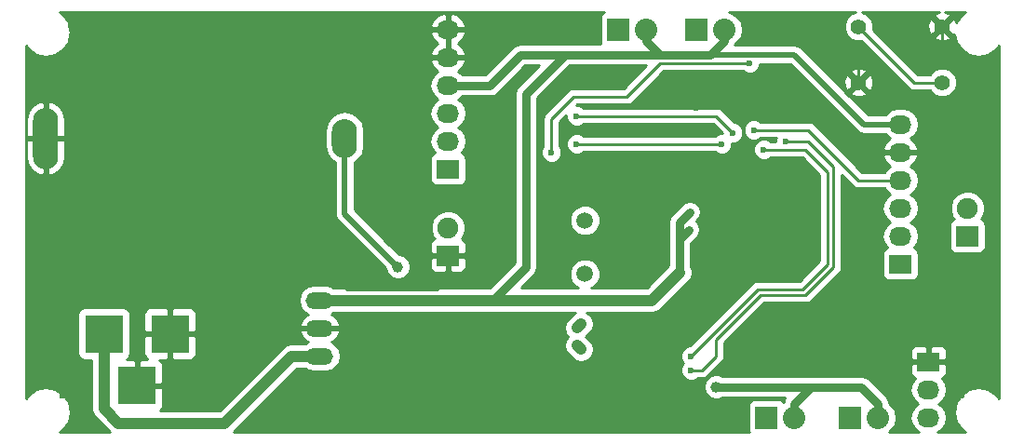
<source format=gbr>
G04 #@! TF.FileFunction,Copper,L2,Bot,Signal*
%FSLAX46Y46*%
G04 Gerber Fmt 4.6, Leading zero omitted, Abs format (unit mm)*
G04 Created by KiCad (PCBNEW 4.0.2-4+6225~38~ubuntu15.10.1-stable) date Sat 04 Jun 2016 12:10:52 PM PDT*
%MOMM*%
G01*
G04 APERTURE LIST*
%ADD10C,0.100000*%
%ADD11O,2.286000X5.586000*%
%ADD12O,2.286000X3.556000*%
%ADD13R,3.500120X3.500120*%
%ADD14R,2.000000X1.900000*%
%ADD15C,1.900000*%
%ADD16R,2.032000X1.727200*%
%ADD17O,2.032000X1.727200*%
%ADD18C,1.501140*%
%ADD19R,2.032000X2.032000*%
%ADD20O,2.032000X2.032000*%
%ADD21O,2.499360X1.501140*%
%ADD22C,1.000760*%
%ADD23C,1.397000*%
%ADD24C,0.600000*%
%ADD25C,1.000000*%
%ADD26C,0.250000*%
%ADD27C,0.500000*%
%ADD28C,1.000000*%
%ADD29C,0.750000*%
%ADD30C,0.254000*%
G04 APERTURE END LIST*
D10*
D11*
X80750000Y-90932000D03*
D12*
X107950000Y-90932000D03*
D13*
X92052140Y-108712000D03*
X86052660Y-108712000D03*
X89052400Y-113411000D03*
D14*
X164592000Y-99822000D03*
D15*
X164592000Y-97282000D03*
D14*
X117348000Y-101600000D03*
D15*
X117348000Y-99060000D03*
D16*
X161036000Y-111252000D03*
D17*
X161036000Y-113792000D03*
X161036000Y-116332000D03*
D18*
X129794000Y-98397060D03*
X129794000Y-103278940D03*
D19*
X139954000Y-81026000D03*
D20*
X142494000Y-81026000D03*
D19*
X132842000Y-81026000D03*
D20*
X135382000Y-81026000D03*
D19*
X146304000Y-116332000D03*
D20*
X148844000Y-116332000D03*
D19*
X153924000Y-116332000D03*
D20*
X156464000Y-116332000D03*
D21*
X105664000Y-108204000D03*
X105664000Y-110744000D03*
X105664000Y-105664000D03*
D16*
X117348000Y-93726000D03*
D17*
X117348000Y-91186000D03*
X117348000Y-88646000D03*
X117348000Y-86106000D03*
X117348000Y-83566000D03*
X117348000Y-81026000D03*
D16*
X158496000Y-102362000D03*
D17*
X158496000Y-99822000D03*
X158496000Y-97282000D03*
X158496000Y-94742000D03*
X158496000Y-92202000D03*
X158496000Y-89662000D03*
D22*
X129420845Y-110104145D02*
X129067023Y-109750323D01*
X129067023Y-108181677D02*
X129420845Y-107827855D01*
D23*
X154686000Y-85852000D03*
X154686000Y-80772000D03*
X162306000Y-85852000D03*
X162306000Y-80772000D03*
D24*
X137922000Y-95758000D03*
X151892000Y-88900000D03*
X137160000Y-85344000D03*
X139954000Y-88138000D03*
X165100000Y-86360000D03*
X165100000Y-93980000D03*
X144780000Y-81280000D03*
X152400000Y-81280000D03*
X96520000Y-111760000D03*
X93980000Y-81280000D03*
X96520000Y-86360000D03*
X88900000Y-93980000D03*
X104140000Y-81280000D03*
X114300000Y-81280000D03*
X99060000Y-101600000D03*
X81280000Y-101600000D03*
X103632000Y-100076000D03*
X107696000Y-86360000D03*
X112776000Y-91440000D03*
X113792000Y-96520000D03*
X121920000Y-96520000D03*
X127000000Y-93472000D03*
X133604000Y-93472000D03*
X140716000Y-89916000D03*
X135636000Y-89916000D03*
X129540000Y-81280000D03*
X121920000Y-81280000D03*
X143764000Y-110236000D03*
X148844000Y-110236000D03*
X151892000Y-110236000D03*
X152400000Y-106680000D03*
X156464000Y-110236000D03*
X134620000Y-114300000D03*
X121920000Y-114300000D03*
X109220000Y-114300000D03*
X164084000Y-114300000D03*
X160528000Y-106172000D03*
X93980000Y-114300000D03*
X82296000Y-114300000D03*
X82804000Y-83312000D03*
D25*
X112776000Y-102616000D03*
X141732000Y-113538000D03*
X138430000Y-103124000D03*
D24*
X138430000Y-99314000D03*
X139262000Y-99244000D03*
X139338000Y-97644000D03*
X126746000Y-92202000D03*
X144780000Y-84074000D03*
X148082000Y-91186000D03*
X139446000Y-112014000D03*
X139446000Y-110744000D03*
X146050000Y-91948000D03*
X129032000Y-88900000D03*
X143256000Y-90424000D03*
X129032000Y-91440000D03*
X142240000Y-91440000D03*
X145142000Y-90170000D03*
D26*
X139954000Y-88138000D02*
X137160000Y-85344000D01*
X151892000Y-88900000D02*
X148336000Y-85344000D01*
X148336000Y-85344000D02*
X137160000Y-85344000D01*
X158496000Y-92202000D02*
X163322000Y-92202000D01*
X162306000Y-83566000D02*
X165100000Y-86360000D01*
X162306000Y-83566000D02*
X162306000Y-80772000D01*
X163322000Y-92202000D02*
X165100000Y-93980000D01*
X154686000Y-83566000D02*
X154686000Y-85852000D01*
X154686000Y-83566000D02*
X152400000Y-81280000D01*
X96520000Y-86360000D02*
X88900000Y-93980000D01*
X114554000Y-81026000D02*
X117348000Y-81026000D01*
X114554000Y-81026000D02*
X114300000Y-81280000D01*
X104140000Y-81280000D02*
X93980000Y-81280000D01*
X81280000Y-101600000D02*
X99060000Y-101600000D01*
X117348000Y-101600000D02*
X117348000Y-103632000D01*
X108204000Y-104648000D02*
X103632000Y-100076000D01*
X116332000Y-104648000D02*
X108204000Y-104648000D01*
X117348000Y-103632000D02*
X116332000Y-104648000D01*
X107696000Y-86360000D02*
X112776000Y-91440000D01*
X113792000Y-96520000D02*
X121920000Y-96520000D01*
X127000000Y-93472000D02*
X133604000Y-93472000D01*
X135636000Y-89916000D02*
X140716000Y-89916000D01*
X117348000Y-83566000D02*
X119634000Y-83566000D01*
X119634000Y-83566000D02*
X121920000Y-81280000D01*
X156464000Y-110236000D02*
X160528000Y-106172000D01*
X139192000Y-114300000D02*
X143256000Y-110236000D01*
X143256000Y-110236000D02*
X143764000Y-110236000D01*
X148844000Y-110236000D02*
X151892000Y-110236000D01*
X152400000Y-106680000D02*
X155956000Y-110236000D01*
X155956000Y-110236000D02*
X156464000Y-110236000D01*
X109220000Y-114300000D02*
X121920000Y-114300000D01*
X134620000Y-114300000D02*
X139192000Y-114300000D01*
X93091000Y-113411000D02*
X89052400Y-113411000D01*
X93980000Y-114300000D02*
X93091000Y-113411000D01*
X80750000Y-90932000D02*
X80750000Y-85366000D01*
X80750000Y-85366000D02*
X82804000Y-83312000D01*
D27*
X107950000Y-97790000D02*
X107950000Y-90932000D01*
X112776000Y-102616000D02*
X107950000Y-97790000D01*
D28*
X86052660Y-108712000D02*
X86052660Y-115516660D01*
X103124000Y-110744000D02*
X105664000Y-110744000D01*
X97028000Y-116840000D02*
X103124000Y-110744000D01*
X87376000Y-116840000D02*
X97028000Y-116840000D01*
X86052660Y-115516660D02*
X87376000Y-116840000D01*
D29*
X128016000Y-83312000D02*
X123952000Y-83312000D01*
X121158000Y-86106000D02*
X117348000Y-86106000D01*
X123952000Y-83312000D02*
X121158000Y-86106000D01*
D27*
X158496000Y-89662000D02*
X155194000Y-89662000D01*
X148844000Y-83312000D02*
X141224000Y-83312000D01*
X155194000Y-89662000D02*
X148844000Y-83312000D01*
D29*
X121412000Y-105664000D02*
X124460000Y-102616000D01*
X128016000Y-83312000D02*
X136652000Y-83312000D01*
X124460000Y-86868000D02*
X128016000Y-83312000D01*
X124460000Y-102616000D02*
X124460000Y-86868000D01*
D28*
X105664000Y-105664000D02*
X121412000Y-105664000D01*
X121412000Y-105664000D02*
X135890000Y-105664000D01*
X135890000Y-105664000D02*
X138430000Y-103124000D01*
D29*
X142494000Y-81026000D02*
X142494000Y-82042000D01*
X142494000Y-82042000D02*
X141224000Y-83312000D01*
X141224000Y-83312000D02*
X136652000Y-83312000D01*
X136652000Y-83312000D02*
X135382000Y-82042000D01*
X135382000Y-82042000D02*
X135382000Y-81026000D01*
X150368000Y-113538000D02*
X141732000Y-113538000D01*
X156464000Y-116332000D02*
X156464000Y-115062000D01*
X156464000Y-115062000D02*
X154940000Y-113538000D01*
X154940000Y-113538000D02*
X150368000Y-113538000D01*
X148844000Y-115062000D02*
X148844000Y-116332000D01*
X150368000Y-113538000D02*
X148844000Y-115062000D01*
X138430000Y-100330000D02*
X138430000Y-103124000D01*
X138430000Y-100076000D02*
X138430000Y-100330000D01*
X139262000Y-99244000D02*
X138430000Y-100076000D01*
X138430000Y-98552000D02*
X138430000Y-99314000D01*
X138430000Y-99314000D02*
X138430000Y-100076000D01*
X139338000Y-97644000D02*
X138430000Y-98552000D01*
D26*
X126746000Y-89154000D02*
X126746000Y-92202000D01*
X128778000Y-87122000D02*
X126746000Y-89154000D01*
X133604000Y-87122000D02*
X128778000Y-87122000D01*
X136652000Y-84074000D02*
X133604000Y-87122000D01*
X144780000Y-84074000D02*
X136652000Y-84074000D01*
X150114000Y-91186000D02*
X148082000Y-91186000D01*
X150114000Y-91186000D02*
X152400000Y-93472000D01*
X152400000Y-93472000D02*
X152400000Y-102616000D01*
X152400000Y-102616000D02*
X149860000Y-105156000D01*
X149860000Y-105156000D02*
X145796000Y-105156000D01*
X145796000Y-105156000D02*
X141732000Y-109220000D01*
X141732000Y-110744000D02*
X141732000Y-109220000D01*
X140462000Y-112014000D02*
X141732000Y-110744000D01*
X139446000Y-112014000D02*
X140462000Y-112014000D01*
X140970000Y-109220000D02*
X139446000Y-110744000D01*
X145542000Y-104648000D02*
X140970000Y-109220000D01*
X149606000Y-104648000D02*
X145542000Y-104648000D01*
X151892000Y-102362000D02*
X149606000Y-104648000D01*
X151892000Y-93980000D02*
X151892000Y-102362000D01*
X149860000Y-91948000D02*
X151892000Y-93980000D01*
X146050000Y-91948000D02*
X149860000Y-91948000D01*
X141732000Y-88900000D02*
X129032000Y-88900000D01*
X143256000Y-90424000D02*
X141732000Y-88900000D01*
X142240000Y-91440000D02*
X129032000Y-91440000D01*
X162306000Y-85852000D02*
X159766000Y-85852000D01*
X159766000Y-85852000D02*
X154686000Y-80772000D01*
X158496000Y-94742000D02*
X154686000Y-94742000D01*
X150114000Y-90170000D02*
X154686000Y-94742000D01*
X150114000Y-90170000D02*
X145142000Y-90170000D01*
D30*
G36*
X131374559Y-79545910D02*
X131229569Y-79758110D01*
X131178560Y-80010000D01*
X131178560Y-82042000D01*
X131222838Y-82277317D01*
X131238721Y-82302000D01*
X123952000Y-82302000D01*
X123565490Y-82378882D01*
X123237822Y-82597822D01*
X120739644Y-85096000D01*
X118625603Y-85096000D01*
X118592415Y-85046330D01*
X118282931Y-84839539D01*
X118698732Y-84468036D01*
X118952709Y-83940791D01*
X118955358Y-83925026D01*
X118834217Y-83693000D01*
X117475000Y-83693000D01*
X117475000Y-83713000D01*
X117221000Y-83713000D01*
X117221000Y-83693000D01*
X115861783Y-83693000D01*
X115740642Y-83925026D01*
X115743291Y-83940791D01*
X115997268Y-84468036D01*
X116413069Y-84839539D01*
X116103585Y-85046330D01*
X115778729Y-85532511D01*
X115664655Y-86106000D01*
X115778729Y-86679489D01*
X116103585Y-87165670D01*
X116418366Y-87376000D01*
X116103585Y-87586330D01*
X115778729Y-88072511D01*
X115664655Y-88646000D01*
X115778729Y-89219489D01*
X116103585Y-89705670D01*
X116418366Y-89916000D01*
X116103585Y-90126330D01*
X115778729Y-90612511D01*
X115664655Y-91186000D01*
X115778729Y-91759489D01*
X116103585Y-92245670D01*
X116117913Y-92255243D01*
X116096683Y-92259238D01*
X115880559Y-92398310D01*
X115735569Y-92610510D01*
X115684560Y-92862400D01*
X115684560Y-94589600D01*
X115728838Y-94824917D01*
X115867910Y-95041041D01*
X116080110Y-95186031D01*
X116332000Y-95237040D01*
X118364000Y-95237040D01*
X118599317Y-95192762D01*
X118815441Y-95053690D01*
X118960431Y-94841490D01*
X119011440Y-94589600D01*
X119011440Y-92862400D01*
X118967162Y-92627083D01*
X118828090Y-92410959D01*
X118615890Y-92265969D01*
X118574561Y-92257600D01*
X118592415Y-92245670D01*
X118917271Y-91759489D01*
X119031345Y-91186000D01*
X118917271Y-90612511D01*
X118592415Y-90126330D01*
X118277634Y-89916000D01*
X118592415Y-89705670D01*
X118917271Y-89219489D01*
X119031345Y-88646000D01*
X118917271Y-88072511D01*
X118592415Y-87586330D01*
X118277634Y-87376000D01*
X118592415Y-87165670D01*
X118625603Y-87116000D01*
X121158000Y-87116000D01*
X121544510Y-87039118D01*
X121872178Y-86820178D01*
X124370356Y-84322000D01*
X125577644Y-84322000D01*
X123745822Y-86153822D01*
X123526882Y-86481490D01*
X123450000Y-86868000D01*
X123450000Y-102197644D01*
X121118644Y-104529000D01*
X106947425Y-104529000D01*
X106730268Y-104383900D01*
X106200033Y-104278430D01*
X105127967Y-104278430D01*
X104597732Y-104383900D01*
X104148221Y-104684254D01*
X103847867Y-105133765D01*
X103742397Y-105664000D01*
X103847867Y-106194235D01*
X104148221Y-106643746D01*
X104597732Y-106944100D01*
X104607032Y-106945950D01*
X104517323Y-106972501D01*
X104095342Y-107314056D01*
X103836190Y-107791097D01*
X103822007Y-107862725D01*
X103944661Y-108077000D01*
X105537000Y-108077000D01*
X105537000Y-108057000D01*
X105791000Y-108057000D01*
X105791000Y-108077000D01*
X107383339Y-108077000D01*
X107505993Y-107862725D01*
X107491810Y-107791097D01*
X107232658Y-107314056D01*
X106810677Y-106972501D01*
X106720968Y-106945950D01*
X106730268Y-106944100D01*
X106947425Y-106799000D01*
X128946742Y-106799000D01*
X128637204Y-107005826D01*
X128244994Y-107398036D01*
X127998875Y-107766380D01*
X127912449Y-108200871D01*
X127998875Y-108635362D01*
X128219800Y-108966000D01*
X127998875Y-109296638D01*
X127912449Y-109731129D01*
X127998875Y-110165620D01*
X128244994Y-110533964D01*
X128637204Y-110926174D01*
X129005548Y-111172293D01*
X129440039Y-111258719D01*
X129874530Y-111172293D01*
X130238394Y-110929167D01*
X138510838Y-110929167D01*
X138652883Y-111272943D01*
X138758710Y-111378954D01*
X138653808Y-111483673D01*
X138511162Y-111827201D01*
X138510838Y-112199167D01*
X138652883Y-112542943D01*
X138915673Y-112806192D01*
X139259201Y-112948838D01*
X139631167Y-112949162D01*
X139974943Y-112807117D01*
X140008118Y-112774000D01*
X140462000Y-112774000D01*
X140752839Y-112716148D01*
X140999401Y-112551401D01*
X142269401Y-111281401D01*
X142434148Y-111034840D01*
X142492000Y-110744000D01*
X142492000Y-110262091D01*
X159385000Y-110262091D01*
X159385000Y-110966250D01*
X159543750Y-111125000D01*
X160909000Y-111125000D01*
X160909000Y-109912150D01*
X161163000Y-109912150D01*
X161163000Y-111125000D01*
X162528250Y-111125000D01*
X162687000Y-110966250D01*
X162687000Y-110262091D01*
X162590327Y-110028702D01*
X162411699Y-109850073D01*
X162178310Y-109753400D01*
X161321750Y-109753400D01*
X161163000Y-109912150D01*
X160909000Y-109912150D01*
X160750250Y-109753400D01*
X159893690Y-109753400D01*
X159660301Y-109850073D01*
X159481673Y-110028702D01*
X159385000Y-110262091D01*
X142492000Y-110262091D01*
X142492000Y-109534802D01*
X146110802Y-105916000D01*
X149860000Y-105916000D01*
X150150839Y-105858148D01*
X150397401Y-105693401D01*
X152937401Y-103153401D01*
X153102148Y-102906840D01*
X153115289Y-102840775D01*
X153160000Y-102616000D01*
X153160000Y-94290802D01*
X154148599Y-95279401D01*
X154395160Y-95444148D01*
X154443414Y-95453746D01*
X154686000Y-95502000D01*
X157051352Y-95502000D01*
X157251585Y-95801670D01*
X157566366Y-96012000D01*
X157251585Y-96222330D01*
X156926729Y-96708511D01*
X156812655Y-97282000D01*
X156926729Y-97855489D01*
X157251585Y-98341670D01*
X157566366Y-98552000D01*
X157251585Y-98762330D01*
X156926729Y-99248511D01*
X156812655Y-99822000D01*
X156926729Y-100395489D01*
X157251585Y-100881670D01*
X157265913Y-100891243D01*
X157244683Y-100895238D01*
X157028559Y-101034310D01*
X156883569Y-101246510D01*
X156832560Y-101498400D01*
X156832560Y-103225600D01*
X156876838Y-103460917D01*
X157015910Y-103677041D01*
X157228110Y-103822031D01*
X157480000Y-103873040D01*
X159512000Y-103873040D01*
X159747317Y-103828762D01*
X159963441Y-103689690D01*
X160108431Y-103477490D01*
X160159440Y-103225600D01*
X160159440Y-101498400D01*
X160115162Y-101263083D01*
X159976090Y-101046959D01*
X159763890Y-100901969D01*
X159722561Y-100893600D01*
X159740415Y-100881670D01*
X160065271Y-100395489D01*
X160179345Y-99822000D01*
X160065271Y-99248511D01*
X159813695Y-98872000D01*
X162944560Y-98872000D01*
X162944560Y-100772000D01*
X162988838Y-101007317D01*
X163127910Y-101223441D01*
X163340110Y-101368431D01*
X163592000Y-101419440D01*
X165592000Y-101419440D01*
X165827317Y-101375162D01*
X166043441Y-101236090D01*
X166188431Y-101023890D01*
X166239440Y-100772000D01*
X166239440Y-98872000D01*
X166195162Y-98636683D01*
X166056090Y-98420559D01*
X165843890Y-98275569D01*
X165840808Y-98274945D01*
X165934914Y-98181003D01*
X166176724Y-97598659D01*
X166177275Y-96968107D01*
X165936481Y-96385343D01*
X165491003Y-95939086D01*
X164908659Y-95697276D01*
X164278107Y-95696725D01*
X163695343Y-95937519D01*
X163249086Y-96382997D01*
X163007276Y-96965341D01*
X163006725Y-97595893D01*
X163247519Y-98178657D01*
X163345029Y-98276337D01*
X163140559Y-98407910D01*
X162995569Y-98620110D01*
X162944560Y-98872000D01*
X159813695Y-98872000D01*
X159740415Y-98762330D01*
X159425634Y-98552000D01*
X159740415Y-98341670D01*
X160065271Y-97855489D01*
X160179345Y-97282000D01*
X160065271Y-96708511D01*
X159740415Y-96222330D01*
X159425634Y-96012000D01*
X159740415Y-95801670D01*
X160065271Y-95315489D01*
X160179345Y-94742000D01*
X160065271Y-94168511D01*
X159740415Y-93682330D01*
X159430931Y-93475539D01*
X159846732Y-93104036D01*
X160100709Y-92576791D01*
X160103358Y-92561026D01*
X159982217Y-92329000D01*
X158623000Y-92329000D01*
X158623000Y-92349000D01*
X158369000Y-92349000D01*
X158369000Y-92329000D01*
X157009783Y-92329000D01*
X156888642Y-92561026D01*
X156891291Y-92576791D01*
X157145268Y-93104036D01*
X157561069Y-93475539D01*
X157251585Y-93682330D01*
X157051352Y-93982000D01*
X155000802Y-93982000D01*
X150651401Y-89632599D01*
X150404839Y-89467852D01*
X150114000Y-89410000D01*
X145704463Y-89410000D01*
X145672327Y-89377808D01*
X145328799Y-89235162D01*
X144956833Y-89234838D01*
X144613057Y-89376883D01*
X144349808Y-89639673D01*
X144207162Y-89983201D01*
X144206838Y-90355167D01*
X144348883Y-90698943D01*
X144611673Y-90962192D01*
X144955201Y-91104838D01*
X145327167Y-91105162D01*
X145670943Y-90963117D01*
X145704118Y-90930000D01*
X147175897Y-90930000D01*
X147147162Y-90999201D01*
X147146998Y-91188000D01*
X146612463Y-91188000D01*
X146580327Y-91155808D01*
X146236799Y-91013162D01*
X145864833Y-91012838D01*
X145521057Y-91154883D01*
X145257808Y-91417673D01*
X145115162Y-91761201D01*
X145114838Y-92133167D01*
X145256883Y-92476943D01*
X145519673Y-92740192D01*
X145863201Y-92882838D01*
X146235167Y-92883162D01*
X146578943Y-92741117D01*
X146612118Y-92708000D01*
X149545198Y-92708000D01*
X151132000Y-94294802D01*
X151132000Y-102047198D01*
X149291198Y-103888000D01*
X145542000Y-103888000D01*
X145299414Y-103936254D01*
X145251160Y-103945852D01*
X145004599Y-104110599D01*
X139306320Y-109808878D01*
X139260833Y-109808838D01*
X138917057Y-109950883D01*
X138653808Y-110213673D01*
X138511162Y-110557201D01*
X138510838Y-110929167D01*
X130238394Y-110929167D01*
X130242874Y-110926174D01*
X130488993Y-110557830D01*
X130575419Y-110123339D01*
X130488993Y-109688848D01*
X130242874Y-109320504D01*
X129888370Y-108966000D01*
X130242874Y-108611496D01*
X130488993Y-108243152D01*
X130575419Y-107808661D01*
X130488993Y-107374170D01*
X130242874Y-107005826D01*
X129933336Y-106799000D01*
X135890000Y-106799000D01*
X136324346Y-106712603D01*
X136692566Y-106466566D01*
X139232566Y-103926567D01*
X139232567Y-103926566D01*
X139391645Y-103767765D01*
X139564803Y-103350756D01*
X139565197Y-102899225D01*
X139440000Y-102596226D01*
X139440000Y-100494356D01*
X139976178Y-99958178D01*
X140195118Y-99630510D01*
X140272000Y-99244000D01*
X140195118Y-98857490D01*
X139976178Y-98529822D01*
X139918844Y-98491512D01*
X140052178Y-98358178D01*
X140271118Y-98030510D01*
X140348000Y-97644000D01*
X140271118Y-97257490D01*
X140052178Y-96929822D01*
X139724510Y-96710882D01*
X139338000Y-96634000D01*
X138951490Y-96710882D01*
X138623822Y-96929822D01*
X137715822Y-97837822D01*
X137496882Y-98165490D01*
X137420000Y-98552000D01*
X137420000Y-102528867D01*
X135419868Y-104529000D01*
X130396938Y-104529000D01*
X130577837Y-104454254D01*
X130967944Y-104064827D01*
X131179329Y-103555756D01*
X131179810Y-103004542D01*
X130969314Y-102495103D01*
X130579887Y-102104996D01*
X130070816Y-101893611D01*
X129519602Y-101893130D01*
X129010163Y-102103626D01*
X128620056Y-102493053D01*
X128408671Y-103002124D01*
X128408190Y-103553338D01*
X128618686Y-104062777D01*
X129008113Y-104452884D01*
X129191420Y-104529000D01*
X123975356Y-104529000D01*
X125174178Y-103330178D01*
X125393118Y-103002510D01*
X125470000Y-102616000D01*
X125470000Y-98671458D01*
X128408190Y-98671458D01*
X128618686Y-99180897D01*
X129008113Y-99571004D01*
X129517184Y-99782389D01*
X130068398Y-99782870D01*
X130577837Y-99572374D01*
X130967944Y-99182947D01*
X131179329Y-98673876D01*
X131179810Y-98122662D01*
X130969314Y-97613223D01*
X130579887Y-97223116D01*
X130070816Y-97011731D01*
X129519602Y-97011250D01*
X129010163Y-97221746D01*
X128620056Y-97611173D01*
X128408671Y-98120244D01*
X128408190Y-98671458D01*
X125470000Y-98671458D01*
X125470000Y-87286356D01*
X128434356Y-84322000D01*
X135329198Y-84322000D01*
X133289198Y-86362000D01*
X128778000Y-86362000D01*
X128487161Y-86419852D01*
X128240599Y-86584599D01*
X126208599Y-88616599D01*
X126043852Y-88863161D01*
X125986000Y-89154000D01*
X125986000Y-91639537D01*
X125953808Y-91671673D01*
X125811162Y-92015201D01*
X125810838Y-92387167D01*
X125952883Y-92730943D01*
X126215673Y-92994192D01*
X126559201Y-93136838D01*
X126931167Y-93137162D01*
X127274943Y-92995117D01*
X127538192Y-92732327D01*
X127680838Y-92388799D01*
X127681162Y-92016833D01*
X127539117Y-91673057D01*
X127506000Y-91639882D01*
X127506000Y-89468802D01*
X128097019Y-88877783D01*
X128096838Y-89085167D01*
X128238883Y-89428943D01*
X128501673Y-89692192D01*
X128845201Y-89834838D01*
X129217167Y-89835162D01*
X129560943Y-89693117D01*
X129594118Y-89660000D01*
X141417198Y-89660000D01*
X142262217Y-90505019D01*
X142054833Y-90504838D01*
X141711057Y-90646883D01*
X141677882Y-90680000D01*
X129594463Y-90680000D01*
X129562327Y-90647808D01*
X129218799Y-90505162D01*
X128846833Y-90504838D01*
X128503057Y-90646883D01*
X128239808Y-90909673D01*
X128097162Y-91253201D01*
X128096838Y-91625167D01*
X128238883Y-91968943D01*
X128501673Y-92232192D01*
X128845201Y-92374838D01*
X129217167Y-92375162D01*
X129560943Y-92233117D01*
X129594118Y-92200000D01*
X141677537Y-92200000D01*
X141709673Y-92232192D01*
X142053201Y-92374838D01*
X142425167Y-92375162D01*
X142768943Y-92233117D01*
X143032192Y-91970327D01*
X143174838Y-91626799D01*
X143175071Y-91358930D01*
X143441167Y-91359162D01*
X143784943Y-91217117D01*
X144048192Y-90954327D01*
X144190838Y-90610799D01*
X144191162Y-90238833D01*
X144049117Y-89895057D01*
X143786327Y-89631808D01*
X143442799Y-89489162D01*
X143395923Y-89489121D01*
X142269401Y-88362599D01*
X142022839Y-88197852D01*
X141732000Y-88140000D01*
X129594463Y-88140000D01*
X129562327Y-88107808D01*
X129218799Y-87965162D01*
X129009822Y-87964980D01*
X129092802Y-87882000D01*
X133604000Y-87882000D01*
X133894839Y-87824148D01*
X134141401Y-87659401D01*
X136966802Y-84834000D01*
X144217537Y-84834000D01*
X144249673Y-84866192D01*
X144593201Y-85008838D01*
X144965167Y-85009162D01*
X145308943Y-84867117D01*
X145572192Y-84604327D01*
X145714838Y-84260799D01*
X145714894Y-84197000D01*
X148477420Y-84197000D01*
X154568208Y-90287787D01*
X154568210Y-90287790D01*
X154772064Y-90424000D01*
X154855325Y-90479633D01*
X155194000Y-90547001D01*
X155194005Y-90547000D01*
X157134874Y-90547000D01*
X157251585Y-90721670D01*
X157561069Y-90928461D01*
X157145268Y-91299964D01*
X156891291Y-91827209D01*
X156888642Y-91842974D01*
X157009783Y-92075000D01*
X158369000Y-92075000D01*
X158369000Y-92055000D01*
X158623000Y-92055000D01*
X158623000Y-92075000D01*
X159982217Y-92075000D01*
X160103358Y-91842974D01*
X160100709Y-91827209D01*
X159846732Y-91299964D01*
X159430931Y-90928461D01*
X159740415Y-90721670D01*
X160065271Y-90235489D01*
X160179345Y-89662000D01*
X160065271Y-89088511D01*
X159740415Y-88602330D01*
X159254234Y-88277474D01*
X158680745Y-88163400D01*
X158311255Y-88163400D01*
X157737766Y-88277474D01*
X157251585Y-88602330D01*
X157134874Y-88777000D01*
X155560579Y-88777000D01*
X153569768Y-86786188D01*
X153931417Y-86786188D01*
X153993071Y-87021800D01*
X154493480Y-87197927D01*
X155023199Y-87169148D01*
X155378929Y-87021800D01*
X155440583Y-86786188D01*
X154686000Y-86031605D01*
X153931417Y-86786188D01*
X153569768Y-86786188D01*
X152443060Y-85659480D01*
X153340073Y-85659480D01*
X153368852Y-86189199D01*
X153516200Y-86544929D01*
X153751812Y-86606583D01*
X154506395Y-85852000D01*
X154865605Y-85852000D01*
X155620188Y-86606583D01*
X155855800Y-86544929D01*
X156031927Y-86044520D01*
X156003148Y-85514801D01*
X155855800Y-85159071D01*
X155620188Y-85097417D01*
X154865605Y-85852000D01*
X154506395Y-85852000D01*
X153751812Y-85097417D01*
X153516200Y-85159071D01*
X153340073Y-85659480D01*
X152443060Y-85659480D01*
X151701392Y-84917812D01*
X153931417Y-84917812D01*
X154686000Y-85672395D01*
X155440583Y-84917812D01*
X155378929Y-84682200D01*
X154878520Y-84506073D01*
X154348801Y-84534852D01*
X153993071Y-84682200D01*
X153931417Y-84917812D01*
X151701392Y-84917812D01*
X149469790Y-82686210D01*
X149337507Y-82597822D01*
X149182675Y-82494367D01*
X149126484Y-82483190D01*
X148844000Y-82426999D01*
X148843995Y-82427000D01*
X143427418Y-82427000D01*
X143440171Y-82362888D01*
X143693778Y-82193433D01*
X144051670Y-81657810D01*
X144177345Y-81026000D01*
X144051670Y-80394190D01*
X143693778Y-79858567D01*
X143158155Y-79500675D01*
X142903395Y-79450000D01*
X154393523Y-79450000D01*
X153931620Y-79640854D01*
X153556173Y-80015647D01*
X153352732Y-80505587D01*
X153352269Y-81036086D01*
X153554854Y-81526380D01*
X153929647Y-81901827D01*
X154419587Y-82105268D01*
X154944924Y-82105726D01*
X159228599Y-86389401D01*
X159475161Y-86554148D01*
X159766000Y-86612000D01*
X161180464Y-86612000D01*
X161549647Y-86981827D01*
X162039587Y-87185268D01*
X162570086Y-87185731D01*
X163060380Y-86983146D01*
X163435827Y-86608353D01*
X163639268Y-86118413D01*
X163639731Y-85587914D01*
X163437146Y-85097620D01*
X163062353Y-84722173D01*
X162572413Y-84518732D01*
X162041914Y-84518269D01*
X161551620Y-84720854D01*
X161179826Y-85092000D01*
X160080802Y-85092000D01*
X156694990Y-81706188D01*
X161551417Y-81706188D01*
X161613071Y-81941800D01*
X162113480Y-82117927D01*
X162643199Y-82089148D01*
X162998929Y-81941800D01*
X163060583Y-81706188D01*
X162306000Y-80951605D01*
X161551417Y-81706188D01*
X156694990Y-81706188D01*
X156019275Y-81030473D01*
X156019668Y-80579480D01*
X160960073Y-80579480D01*
X160988852Y-81109199D01*
X161136200Y-81464929D01*
X161371812Y-81526583D01*
X162126395Y-80772000D01*
X161371812Y-80017417D01*
X161136200Y-80079071D01*
X160960073Y-80579480D01*
X156019668Y-80579480D01*
X156019731Y-80507914D01*
X155817146Y-80017620D01*
X155442353Y-79642173D01*
X154979549Y-79450000D01*
X162058109Y-79450000D01*
X161968801Y-79454852D01*
X161613071Y-79602200D01*
X161551417Y-79837812D01*
X162306000Y-80592395D01*
X163060583Y-79837812D01*
X162998929Y-79602200D01*
X162566501Y-79450000D01*
X164402958Y-79450000D01*
X164028323Y-79700323D01*
X163590395Y-80355729D01*
X163475800Y-80079071D01*
X163240188Y-80017417D01*
X162485605Y-80772000D01*
X163240188Y-81526583D01*
X163414001Y-81481100D01*
X163544053Y-82134915D01*
X164028323Y-82859677D01*
X164753085Y-83343947D01*
X165608000Y-83514000D01*
X166462915Y-83343947D01*
X167187677Y-82859677D01*
X167438000Y-82485042D01*
X167438000Y-114618958D01*
X167187677Y-114244323D01*
X166462915Y-113760053D01*
X165608000Y-113590000D01*
X164753085Y-113760053D01*
X164028323Y-114244323D01*
X163544053Y-114969085D01*
X163374000Y-115824000D01*
X163544053Y-116678915D01*
X164028323Y-117403677D01*
X164402958Y-117654000D01*
X161887811Y-117654000D01*
X162280415Y-117391670D01*
X162605271Y-116905489D01*
X162719345Y-116332000D01*
X162605271Y-115758511D01*
X162280415Y-115272330D01*
X161965634Y-115062000D01*
X162280415Y-114851670D01*
X162605271Y-114365489D01*
X162719345Y-113792000D01*
X162605271Y-113218511D01*
X162280415Y-112732330D01*
X162258220Y-112717500D01*
X162411699Y-112653927D01*
X162590327Y-112475298D01*
X162687000Y-112241909D01*
X162687000Y-111537750D01*
X162528250Y-111379000D01*
X161163000Y-111379000D01*
X161163000Y-111399000D01*
X160909000Y-111399000D01*
X160909000Y-111379000D01*
X159543750Y-111379000D01*
X159385000Y-111537750D01*
X159385000Y-112241909D01*
X159481673Y-112475298D01*
X159660301Y-112653927D01*
X159813780Y-112717500D01*
X159791585Y-112732330D01*
X159466729Y-113218511D01*
X159352655Y-113792000D01*
X159466729Y-114365489D01*
X159791585Y-114851670D01*
X160106366Y-115062000D01*
X159791585Y-115272330D01*
X159466729Y-115758511D01*
X159352655Y-116332000D01*
X159466729Y-116905489D01*
X159791585Y-117391670D01*
X160184189Y-117654000D01*
X157432452Y-117654000D01*
X157663778Y-117499433D01*
X158021670Y-116963810D01*
X158147345Y-116332000D01*
X158021670Y-115700190D01*
X157663778Y-115164567D01*
X157468440Y-115034046D01*
X157432163Y-114851670D01*
X157397118Y-114675489D01*
X157178178Y-114347822D01*
X155654178Y-112823822D01*
X155326510Y-112604882D01*
X154940000Y-112528000D01*
X142259314Y-112528000D01*
X141958756Y-112403197D01*
X141507225Y-112402803D01*
X141089914Y-112575233D01*
X140770355Y-112894235D01*
X140597197Y-113311244D01*
X140596803Y-113762775D01*
X140769233Y-114180086D01*
X141088235Y-114499645D01*
X141505244Y-114672803D01*
X141956775Y-114673197D01*
X142259774Y-114548000D01*
X147996068Y-114548000D01*
X147910882Y-114675490D01*
X147852215Y-114970428D01*
X147784090Y-114864559D01*
X147571890Y-114719569D01*
X147320000Y-114668560D01*
X145288000Y-114668560D01*
X145052683Y-114712838D01*
X144836559Y-114851910D01*
X144691569Y-115064110D01*
X144640560Y-115316000D01*
X144640560Y-117348000D01*
X144684838Y-117583317D01*
X144730321Y-117654000D01*
X97813454Y-117654000D01*
X97830566Y-117642566D01*
X103594132Y-111879000D01*
X104380575Y-111879000D01*
X104597732Y-112024100D01*
X105127967Y-112129570D01*
X106200033Y-112129570D01*
X106730268Y-112024100D01*
X107179779Y-111723746D01*
X107480133Y-111274235D01*
X107585603Y-110744000D01*
X107480133Y-110213765D01*
X107179779Y-109764254D01*
X106730268Y-109463900D01*
X106720968Y-109462050D01*
X106810677Y-109435499D01*
X107232658Y-109093944D01*
X107491810Y-108616903D01*
X107505993Y-108545275D01*
X107383339Y-108331000D01*
X105791000Y-108331000D01*
X105791000Y-108351000D01*
X105537000Y-108351000D01*
X105537000Y-108331000D01*
X103944661Y-108331000D01*
X103822007Y-108545275D01*
X103836190Y-108616903D01*
X104095342Y-109093944D01*
X104517323Y-109435499D01*
X104607032Y-109462050D01*
X104597732Y-109463900D01*
X104380575Y-109609000D01*
X103124000Y-109609000D01*
X102689654Y-109695397D01*
X102365261Y-109912150D01*
X102321434Y-109941434D01*
X96557868Y-115705000D01*
X91148607Y-115705000D01*
X91162158Y-115699387D01*
X91340787Y-115520759D01*
X91437460Y-115287370D01*
X91437460Y-113696750D01*
X91278710Y-113538000D01*
X89179400Y-113538000D01*
X89179400Y-113558000D01*
X88925400Y-113558000D01*
X88925400Y-113538000D01*
X88905400Y-113538000D01*
X88905400Y-113284000D01*
X88925400Y-113284000D01*
X88925400Y-111184690D01*
X89179400Y-111184690D01*
X89179400Y-113284000D01*
X91278710Y-113284000D01*
X91437460Y-113125250D01*
X91437460Y-111534630D01*
X91340787Y-111301241D01*
X91162158Y-111122613D01*
X91100468Y-111097060D01*
X91766390Y-111097060D01*
X91925140Y-110938310D01*
X91925140Y-108839000D01*
X92179140Y-108839000D01*
X92179140Y-110938310D01*
X92337890Y-111097060D01*
X93928509Y-111097060D01*
X94161898Y-111000387D01*
X94340527Y-110821759D01*
X94437200Y-110588370D01*
X94437200Y-108997750D01*
X94278450Y-108839000D01*
X92179140Y-108839000D01*
X91925140Y-108839000D01*
X89825830Y-108839000D01*
X89667080Y-108997750D01*
X89667080Y-110588370D01*
X89763753Y-110821759D01*
X89942382Y-111000387D01*
X90004072Y-111025940D01*
X89338150Y-111025940D01*
X89179400Y-111184690D01*
X88925400Y-111184690D01*
X88766650Y-111025940D01*
X88099083Y-111025940D01*
X88254161Y-110926150D01*
X88399151Y-110713950D01*
X88450160Y-110462060D01*
X88450160Y-106961940D01*
X88426394Y-106835630D01*
X89667080Y-106835630D01*
X89667080Y-108426250D01*
X89825830Y-108585000D01*
X91925140Y-108585000D01*
X91925140Y-106485690D01*
X92179140Y-106485690D01*
X92179140Y-108585000D01*
X94278450Y-108585000D01*
X94437200Y-108426250D01*
X94437200Y-106835630D01*
X94340527Y-106602241D01*
X94161898Y-106423613D01*
X93928509Y-106326940D01*
X92337890Y-106326940D01*
X92179140Y-106485690D01*
X91925140Y-106485690D01*
X91766390Y-106326940D01*
X90175771Y-106326940D01*
X89942382Y-106423613D01*
X89763753Y-106602241D01*
X89667080Y-106835630D01*
X88426394Y-106835630D01*
X88405882Y-106726623D01*
X88266810Y-106510499D01*
X88054610Y-106365509D01*
X87802720Y-106314500D01*
X84302600Y-106314500D01*
X84067283Y-106358778D01*
X83851159Y-106497850D01*
X83706169Y-106710050D01*
X83655160Y-106961940D01*
X83655160Y-110462060D01*
X83699438Y-110697377D01*
X83838510Y-110913501D01*
X84050710Y-111058491D01*
X84302600Y-111109500D01*
X84917660Y-111109500D01*
X84917660Y-115516660D01*
X85004057Y-115951006D01*
X85084903Y-116072000D01*
X85250094Y-116319226D01*
X86573434Y-117642566D01*
X86590546Y-117654000D01*
X81977042Y-117654000D01*
X82351677Y-117403677D01*
X82835947Y-116678915D01*
X83006000Y-115824000D01*
X82835947Y-114969085D01*
X82351677Y-114244323D01*
X81626915Y-113760053D01*
X80772000Y-113590000D01*
X79917085Y-113760053D01*
X79192323Y-114244323D01*
X78942000Y-114618958D01*
X78942000Y-91059000D01*
X78972000Y-91059000D01*
X78972000Y-92709000D01*
X79155943Y-93379744D01*
X79582567Y-93929039D01*
X80186922Y-94273259D01*
X80347134Y-94313757D01*
X80623000Y-94196262D01*
X80623000Y-91059000D01*
X80877000Y-91059000D01*
X80877000Y-94196262D01*
X81152866Y-94313757D01*
X81313078Y-94273259D01*
X81917433Y-93929039D01*
X82344057Y-93379744D01*
X82528000Y-92709000D01*
X82528000Y-91059000D01*
X80877000Y-91059000D01*
X80623000Y-91059000D01*
X78972000Y-91059000D01*
X78942000Y-91059000D01*
X78942000Y-89155000D01*
X78972000Y-89155000D01*
X78972000Y-90805000D01*
X80623000Y-90805000D01*
X80623000Y-87667738D01*
X80877000Y-87667738D01*
X80877000Y-90805000D01*
X82528000Y-90805000D01*
X82528000Y-90249727D01*
X106172000Y-90249727D01*
X106172000Y-91614273D01*
X106307342Y-92294684D01*
X106692764Y-92871509D01*
X107065000Y-93120229D01*
X107065000Y-97789995D01*
X107064999Y-97790000D01*
X107112841Y-98030510D01*
X107132367Y-98128675D01*
X107274685Y-98341670D01*
X107324210Y-98415790D01*
X111640897Y-102732477D01*
X111640803Y-102840775D01*
X111813233Y-103258086D01*
X112132235Y-103577645D01*
X112549244Y-103750803D01*
X113000775Y-103751197D01*
X113418086Y-103578767D01*
X113737645Y-103259765D01*
X113910803Y-102842756D01*
X113911197Y-102391225D01*
X113738767Y-101973914D01*
X113650757Y-101885750D01*
X115713000Y-101885750D01*
X115713000Y-102676310D01*
X115809673Y-102909699D01*
X115988302Y-103088327D01*
X116221691Y-103185000D01*
X117062250Y-103185000D01*
X117221000Y-103026250D01*
X117221000Y-101727000D01*
X117475000Y-101727000D01*
X117475000Y-103026250D01*
X117633750Y-103185000D01*
X118474309Y-103185000D01*
X118707698Y-103088327D01*
X118886327Y-102909699D01*
X118983000Y-102676310D01*
X118983000Y-101885750D01*
X118824250Y-101727000D01*
X117475000Y-101727000D01*
X117221000Y-101727000D01*
X115871750Y-101727000D01*
X115713000Y-101885750D01*
X113650757Y-101885750D01*
X113419765Y-101654355D01*
X113002756Y-101481197D01*
X112892680Y-101481101D01*
X111935270Y-100523690D01*
X115713000Y-100523690D01*
X115713000Y-101314250D01*
X115871750Y-101473000D01*
X117221000Y-101473000D01*
X117221000Y-101453000D01*
X117475000Y-101453000D01*
X117475000Y-101473000D01*
X118824250Y-101473000D01*
X118983000Y-101314250D01*
X118983000Y-100523690D01*
X118886327Y-100290301D01*
X118707698Y-100111673D01*
X118587749Y-100061988D01*
X118690914Y-99959003D01*
X118932724Y-99376659D01*
X118933275Y-98746107D01*
X118692481Y-98163343D01*
X118247003Y-97717086D01*
X117664659Y-97475276D01*
X117034107Y-97474725D01*
X116451343Y-97715519D01*
X116005086Y-98160997D01*
X115763276Y-98743341D01*
X115762725Y-99373893D01*
X116003519Y-99956657D01*
X116108545Y-100061867D01*
X115988302Y-100111673D01*
X115809673Y-100290301D01*
X115713000Y-100523690D01*
X111935270Y-100523690D01*
X108835000Y-97423420D01*
X108835000Y-93120229D01*
X109207236Y-92871509D01*
X109592658Y-92294684D01*
X109728000Y-91614273D01*
X109728000Y-90249727D01*
X109592658Y-89569316D01*
X109207236Y-88992491D01*
X108630411Y-88607069D01*
X107950000Y-88471727D01*
X107269589Y-88607069D01*
X106692764Y-88992491D01*
X106307342Y-89569316D01*
X106172000Y-90249727D01*
X82528000Y-90249727D01*
X82528000Y-89155000D01*
X82344057Y-88484256D01*
X81917433Y-87934961D01*
X81313078Y-87590741D01*
X81152866Y-87550243D01*
X80877000Y-87667738D01*
X80623000Y-87667738D01*
X80347134Y-87550243D01*
X80186922Y-87590741D01*
X79582567Y-87934961D01*
X79155943Y-88484256D01*
X78972000Y-89155000D01*
X78942000Y-89155000D01*
X78942000Y-82485042D01*
X79192323Y-82859677D01*
X79917085Y-83343947D01*
X80772000Y-83514000D01*
X81626915Y-83343947D01*
X82351677Y-82859677D01*
X82835947Y-82134915D01*
X82985109Y-81385026D01*
X115740642Y-81385026D01*
X115743291Y-81400791D01*
X115997268Y-81928036D01*
X116409108Y-82296000D01*
X115997268Y-82663964D01*
X115743291Y-83191209D01*
X115740642Y-83206974D01*
X115861783Y-83439000D01*
X117221000Y-83439000D01*
X117221000Y-81153000D01*
X117475000Y-81153000D01*
X117475000Y-83439000D01*
X118834217Y-83439000D01*
X118955358Y-83206974D01*
X118952709Y-83191209D01*
X118698732Y-82663964D01*
X118286892Y-82296000D01*
X118698732Y-81928036D01*
X118952709Y-81400791D01*
X118955358Y-81385026D01*
X118834217Y-81153000D01*
X117475000Y-81153000D01*
X117221000Y-81153000D01*
X115861783Y-81153000D01*
X115740642Y-81385026D01*
X82985109Y-81385026D01*
X83006000Y-81280000D01*
X82884062Y-80666974D01*
X115740642Y-80666974D01*
X115861783Y-80899000D01*
X117221000Y-80899000D01*
X117221000Y-79685076D01*
X117475000Y-79685076D01*
X117475000Y-80899000D01*
X118834217Y-80899000D01*
X118955358Y-80666974D01*
X118952709Y-80651209D01*
X118698732Y-80123964D01*
X118262320Y-79734046D01*
X117709913Y-79540816D01*
X117475000Y-79685076D01*
X117221000Y-79685076D01*
X116986087Y-79540816D01*
X116433680Y-79734046D01*
X115997268Y-80123964D01*
X115743291Y-80651209D01*
X115740642Y-80666974D01*
X82884062Y-80666974D01*
X82835947Y-80425085D01*
X82351677Y-79700323D01*
X81977042Y-79450000D01*
X131523607Y-79450000D01*
X131374559Y-79545910D01*
X131374559Y-79545910D01*
G37*
X131374559Y-79545910D02*
X131229569Y-79758110D01*
X131178560Y-80010000D01*
X131178560Y-82042000D01*
X131222838Y-82277317D01*
X131238721Y-82302000D01*
X123952000Y-82302000D01*
X123565490Y-82378882D01*
X123237822Y-82597822D01*
X120739644Y-85096000D01*
X118625603Y-85096000D01*
X118592415Y-85046330D01*
X118282931Y-84839539D01*
X118698732Y-84468036D01*
X118952709Y-83940791D01*
X118955358Y-83925026D01*
X118834217Y-83693000D01*
X117475000Y-83693000D01*
X117475000Y-83713000D01*
X117221000Y-83713000D01*
X117221000Y-83693000D01*
X115861783Y-83693000D01*
X115740642Y-83925026D01*
X115743291Y-83940791D01*
X115997268Y-84468036D01*
X116413069Y-84839539D01*
X116103585Y-85046330D01*
X115778729Y-85532511D01*
X115664655Y-86106000D01*
X115778729Y-86679489D01*
X116103585Y-87165670D01*
X116418366Y-87376000D01*
X116103585Y-87586330D01*
X115778729Y-88072511D01*
X115664655Y-88646000D01*
X115778729Y-89219489D01*
X116103585Y-89705670D01*
X116418366Y-89916000D01*
X116103585Y-90126330D01*
X115778729Y-90612511D01*
X115664655Y-91186000D01*
X115778729Y-91759489D01*
X116103585Y-92245670D01*
X116117913Y-92255243D01*
X116096683Y-92259238D01*
X115880559Y-92398310D01*
X115735569Y-92610510D01*
X115684560Y-92862400D01*
X115684560Y-94589600D01*
X115728838Y-94824917D01*
X115867910Y-95041041D01*
X116080110Y-95186031D01*
X116332000Y-95237040D01*
X118364000Y-95237040D01*
X118599317Y-95192762D01*
X118815441Y-95053690D01*
X118960431Y-94841490D01*
X119011440Y-94589600D01*
X119011440Y-92862400D01*
X118967162Y-92627083D01*
X118828090Y-92410959D01*
X118615890Y-92265969D01*
X118574561Y-92257600D01*
X118592415Y-92245670D01*
X118917271Y-91759489D01*
X119031345Y-91186000D01*
X118917271Y-90612511D01*
X118592415Y-90126330D01*
X118277634Y-89916000D01*
X118592415Y-89705670D01*
X118917271Y-89219489D01*
X119031345Y-88646000D01*
X118917271Y-88072511D01*
X118592415Y-87586330D01*
X118277634Y-87376000D01*
X118592415Y-87165670D01*
X118625603Y-87116000D01*
X121158000Y-87116000D01*
X121544510Y-87039118D01*
X121872178Y-86820178D01*
X124370356Y-84322000D01*
X125577644Y-84322000D01*
X123745822Y-86153822D01*
X123526882Y-86481490D01*
X123450000Y-86868000D01*
X123450000Y-102197644D01*
X121118644Y-104529000D01*
X106947425Y-104529000D01*
X106730268Y-104383900D01*
X106200033Y-104278430D01*
X105127967Y-104278430D01*
X104597732Y-104383900D01*
X104148221Y-104684254D01*
X103847867Y-105133765D01*
X103742397Y-105664000D01*
X103847867Y-106194235D01*
X104148221Y-106643746D01*
X104597732Y-106944100D01*
X104607032Y-106945950D01*
X104517323Y-106972501D01*
X104095342Y-107314056D01*
X103836190Y-107791097D01*
X103822007Y-107862725D01*
X103944661Y-108077000D01*
X105537000Y-108077000D01*
X105537000Y-108057000D01*
X105791000Y-108057000D01*
X105791000Y-108077000D01*
X107383339Y-108077000D01*
X107505993Y-107862725D01*
X107491810Y-107791097D01*
X107232658Y-107314056D01*
X106810677Y-106972501D01*
X106720968Y-106945950D01*
X106730268Y-106944100D01*
X106947425Y-106799000D01*
X128946742Y-106799000D01*
X128637204Y-107005826D01*
X128244994Y-107398036D01*
X127998875Y-107766380D01*
X127912449Y-108200871D01*
X127998875Y-108635362D01*
X128219800Y-108966000D01*
X127998875Y-109296638D01*
X127912449Y-109731129D01*
X127998875Y-110165620D01*
X128244994Y-110533964D01*
X128637204Y-110926174D01*
X129005548Y-111172293D01*
X129440039Y-111258719D01*
X129874530Y-111172293D01*
X130238394Y-110929167D01*
X138510838Y-110929167D01*
X138652883Y-111272943D01*
X138758710Y-111378954D01*
X138653808Y-111483673D01*
X138511162Y-111827201D01*
X138510838Y-112199167D01*
X138652883Y-112542943D01*
X138915673Y-112806192D01*
X139259201Y-112948838D01*
X139631167Y-112949162D01*
X139974943Y-112807117D01*
X140008118Y-112774000D01*
X140462000Y-112774000D01*
X140752839Y-112716148D01*
X140999401Y-112551401D01*
X142269401Y-111281401D01*
X142434148Y-111034840D01*
X142492000Y-110744000D01*
X142492000Y-110262091D01*
X159385000Y-110262091D01*
X159385000Y-110966250D01*
X159543750Y-111125000D01*
X160909000Y-111125000D01*
X160909000Y-109912150D01*
X161163000Y-109912150D01*
X161163000Y-111125000D01*
X162528250Y-111125000D01*
X162687000Y-110966250D01*
X162687000Y-110262091D01*
X162590327Y-110028702D01*
X162411699Y-109850073D01*
X162178310Y-109753400D01*
X161321750Y-109753400D01*
X161163000Y-109912150D01*
X160909000Y-109912150D01*
X160750250Y-109753400D01*
X159893690Y-109753400D01*
X159660301Y-109850073D01*
X159481673Y-110028702D01*
X159385000Y-110262091D01*
X142492000Y-110262091D01*
X142492000Y-109534802D01*
X146110802Y-105916000D01*
X149860000Y-105916000D01*
X150150839Y-105858148D01*
X150397401Y-105693401D01*
X152937401Y-103153401D01*
X153102148Y-102906840D01*
X153115289Y-102840775D01*
X153160000Y-102616000D01*
X153160000Y-94290802D01*
X154148599Y-95279401D01*
X154395160Y-95444148D01*
X154443414Y-95453746D01*
X154686000Y-95502000D01*
X157051352Y-95502000D01*
X157251585Y-95801670D01*
X157566366Y-96012000D01*
X157251585Y-96222330D01*
X156926729Y-96708511D01*
X156812655Y-97282000D01*
X156926729Y-97855489D01*
X157251585Y-98341670D01*
X157566366Y-98552000D01*
X157251585Y-98762330D01*
X156926729Y-99248511D01*
X156812655Y-99822000D01*
X156926729Y-100395489D01*
X157251585Y-100881670D01*
X157265913Y-100891243D01*
X157244683Y-100895238D01*
X157028559Y-101034310D01*
X156883569Y-101246510D01*
X156832560Y-101498400D01*
X156832560Y-103225600D01*
X156876838Y-103460917D01*
X157015910Y-103677041D01*
X157228110Y-103822031D01*
X157480000Y-103873040D01*
X159512000Y-103873040D01*
X159747317Y-103828762D01*
X159963441Y-103689690D01*
X160108431Y-103477490D01*
X160159440Y-103225600D01*
X160159440Y-101498400D01*
X160115162Y-101263083D01*
X159976090Y-101046959D01*
X159763890Y-100901969D01*
X159722561Y-100893600D01*
X159740415Y-100881670D01*
X160065271Y-100395489D01*
X160179345Y-99822000D01*
X160065271Y-99248511D01*
X159813695Y-98872000D01*
X162944560Y-98872000D01*
X162944560Y-100772000D01*
X162988838Y-101007317D01*
X163127910Y-101223441D01*
X163340110Y-101368431D01*
X163592000Y-101419440D01*
X165592000Y-101419440D01*
X165827317Y-101375162D01*
X166043441Y-101236090D01*
X166188431Y-101023890D01*
X166239440Y-100772000D01*
X166239440Y-98872000D01*
X166195162Y-98636683D01*
X166056090Y-98420559D01*
X165843890Y-98275569D01*
X165840808Y-98274945D01*
X165934914Y-98181003D01*
X166176724Y-97598659D01*
X166177275Y-96968107D01*
X165936481Y-96385343D01*
X165491003Y-95939086D01*
X164908659Y-95697276D01*
X164278107Y-95696725D01*
X163695343Y-95937519D01*
X163249086Y-96382997D01*
X163007276Y-96965341D01*
X163006725Y-97595893D01*
X163247519Y-98178657D01*
X163345029Y-98276337D01*
X163140559Y-98407910D01*
X162995569Y-98620110D01*
X162944560Y-98872000D01*
X159813695Y-98872000D01*
X159740415Y-98762330D01*
X159425634Y-98552000D01*
X159740415Y-98341670D01*
X160065271Y-97855489D01*
X160179345Y-97282000D01*
X160065271Y-96708511D01*
X159740415Y-96222330D01*
X159425634Y-96012000D01*
X159740415Y-95801670D01*
X160065271Y-95315489D01*
X160179345Y-94742000D01*
X160065271Y-94168511D01*
X159740415Y-93682330D01*
X159430931Y-93475539D01*
X159846732Y-93104036D01*
X160100709Y-92576791D01*
X160103358Y-92561026D01*
X159982217Y-92329000D01*
X158623000Y-92329000D01*
X158623000Y-92349000D01*
X158369000Y-92349000D01*
X158369000Y-92329000D01*
X157009783Y-92329000D01*
X156888642Y-92561026D01*
X156891291Y-92576791D01*
X157145268Y-93104036D01*
X157561069Y-93475539D01*
X157251585Y-93682330D01*
X157051352Y-93982000D01*
X155000802Y-93982000D01*
X150651401Y-89632599D01*
X150404839Y-89467852D01*
X150114000Y-89410000D01*
X145704463Y-89410000D01*
X145672327Y-89377808D01*
X145328799Y-89235162D01*
X144956833Y-89234838D01*
X144613057Y-89376883D01*
X144349808Y-89639673D01*
X144207162Y-89983201D01*
X144206838Y-90355167D01*
X144348883Y-90698943D01*
X144611673Y-90962192D01*
X144955201Y-91104838D01*
X145327167Y-91105162D01*
X145670943Y-90963117D01*
X145704118Y-90930000D01*
X147175897Y-90930000D01*
X147147162Y-90999201D01*
X147146998Y-91188000D01*
X146612463Y-91188000D01*
X146580327Y-91155808D01*
X146236799Y-91013162D01*
X145864833Y-91012838D01*
X145521057Y-91154883D01*
X145257808Y-91417673D01*
X145115162Y-91761201D01*
X145114838Y-92133167D01*
X145256883Y-92476943D01*
X145519673Y-92740192D01*
X145863201Y-92882838D01*
X146235167Y-92883162D01*
X146578943Y-92741117D01*
X146612118Y-92708000D01*
X149545198Y-92708000D01*
X151132000Y-94294802D01*
X151132000Y-102047198D01*
X149291198Y-103888000D01*
X145542000Y-103888000D01*
X145299414Y-103936254D01*
X145251160Y-103945852D01*
X145004599Y-104110599D01*
X139306320Y-109808878D01*
X139260833Y-109808838D01*
X138917057Y-109950883D01*
X138653808Y-110213673D01*
X138511162Y-110557201D01*
X138510838Y-110929167D01*
X130238394Y-110929167D01*
X130242874Y-110926174D01*
X130488993Y-110557830D01*
X130575419Y-110123339D01*
X130488993Y-109688848D01*
X130242874Y-109320504D01*
X129888370Y-108966000D01*
X130242874Y-108611496D01*
X130488993Y-108243152D01*
X130575419Y-107808661D01*
X130488993Y-107374170D01*
X130242874Y-107005826D01*
X129933336Y-106799000D01*
X135890000Y-106799000D01*
X136324346Y-106712603D01*
X136692566Y-106466566D01*
X139232566Y-103926567D01*
X139232567Y-103926566D01*
X139391645Y-103767765D01*
X139564803Y-103350756D01*
X139565197Y-102899225D01*
X139440000Y-102596226D01*
X139440000Y-100494356D01*
X139976178Y-99958178D01*
X140195118Y-99630510D01*
X140272000Y-99244000D01*
X140195118Y-98857490D01*
X139976178Y-98529822D01*
X139918844Y-98491512D01*
X140052178Y-98358178D01*
X140271118Y-98030510D01*
X140348000Y-97644000D01*
X140271118Y-97257490D01*
X140052178Y-96929822D01*
X139724510Y-96710882D01*
X139338000Y-96634000D01*
X138951490Y-96710882D01*
X138623822Y-96929822D01*
X137715822Y-97837822D01*
X137496882Y-98165490D01*
X137420000Y-98552000D01*
X137420000Y-102528867D01*
X135419868Y-104529000D01*
X130396938Y-104529000D01*
X130577837Y-104454254D01*
X130967944Y-104064827D01*
X131179329Y-103555756D01*
X131179810Y-103004542D01*
X130969314Y-102495103D01*
X130579887Y-102104996D01*
X130070816Y-101893611D01*
X129519602Y-101893130D01*
X129010163Y-102103626D01*
X128620056Y-102493053D01*
X128408671Y-103002124D01*
X128408190Y-103553338D01*
X128618686Y-104062777D01*
X129008113Y-104452884D01*
X129191420Y-104529000D01*
X123975356Y-104529000D01*
X125174178Y-103330178D01*
X125393118Y-103002510D01*
X125470000Y-102616000D01*
X125470000Y-98671458D01*
X128408190Y-98671458D01*
X128618686Y-99180897D01*
X129008113Y-99571004D01*
X129517184Y-99782389D01*
X130068398Y-99782870D01*
X130577837Y-99572374D01*
X130967944Y-99182947D01*
X131179329Y-98673876D01*
X131179810Y-98122662D01*
X130969314Y-97613223D01*
X130579887Y-97223116D01*
X130070816Y-97011731D01*
X129519602Y-97011250D01*
X129010163Y-97221746D01*
X128620056Y-97611173D01*
X128408671Y-98120244D01*
X128408190Y-98671458D01*
X125470000Y-98671458D01*
X125470000Y-87286356D01*
X128434356Y-84322000D01*
X135329198Y-84322000D01*
X133289198Y-86362000D01*
X128778000Y-86362000D01*
X128487161Y-86419852D01*
X128240599Y-86584599D01*
X126208599Y-88616599D01*
X126043852Y-88863161D01*
X125986000Y-89154000D01*
X125986000Y-91639537D01*
X125953808Y-91671673D01*
X125811162Y-92015201D01*
X125810838Y-92387167D01*
X125952883Y-92730943D01*
X126215673Y-92994192D01*
X126559201Y-93136838D01*
X126931167Y-93137162D01*
X127274943Y-92995117D01*
X127538192Y-92732327D01*
X127680838Y-92388799D01*
X127681162Y-92016833D01*
X127539117Y-91673057D01*
X127506000Y-91639882D01*
X127506000Y-89468802D01*
X128097019Y-88877783D01*
X128096838Y-89085167D01*
X128238883Y-89428943D01*
X128501673Y-89692192D01*
X128845201Y-89834838D01*
X129217167Y-89835162D01*
X129560943Y-89693117D01*
X129594118Y-89660000D01*
X141417198Y-89660000D01*
X142262217Y-90505019D01*
X142054833Y-90504838D01*
X141711057Y-90646883D01*
X141677882Y-90680000D01*
X129594463Y-90680000D01*
X129562327Y-90647808D01*
X129218799Y-90505162D01*
X128846833Y-90504838D01*
X128503057Y-90646883D01*
X128239808Y-90909673D01*
X128097162Y-91253201D01*
X128096838Y-91625167D01*
X128238883Y-91968943D01*
X128501673Y-92232192D01*
X128845201Y-92374838D01*
X129217167Y-92375162D01*
X129560943Y-92233117D01*
X129594118Y-92200000D01*
X141677537Y-92200000D01*
X141709673Y-92232192D01*
X142053201Y-92374838D01*
X142425167Y-92375162D01*
X142768943Y-92233117D01*
X143032192Y-91970327D01*
X143174838Y-91626799D01*
X143175071Y-91358930D01*
X143441167Y-91359162D01*
X143784943Y-91217117D01*
X144048192Y-90954327D01*
X144190838Y-90610799D01*
X144191162Y-90238833D01*
X144049117Y-89895057D01*
X143786327Y-89631808D01*
X143442799Y-89489162D01*
X143395923Y-89489121D01*
X142269401Y-88362599D01*
X142022839Y-88197852D01*
X141732000Y-88140000D01*
X129594463Y-88140000D01*
X129562327Y-88107808D01*
X129218799Y-87965162D01*
X129009822Y-87964980D01*
X129092802Y-87882000D01*
X133604000Y-87882000D01*
X133894839Y-87824148D01*
X134141401Y-87659401D01*
X136966802Y-84834000D01*
X144217537Y-84834000D01*
X144249673Y-84866192D01*
X144593201Y-85008838D01*
X144965167Y-85009162D01*
X145308943Y-84867117D01*
X145572192Y-84604327D01*
X145714838Y-84260799D01*
X145714894Y-84197000D01*
X148477420Y-84197000D01*
X154568208Y-90287787D01*
X154568210Y-90287790D01*
X154772064Y-90424000D01*
X154855325Y-90479633D01*
X155194000Y-90547001D01*
X155194005Y-90547000D01*
X157134874Y-90547000D01*
X157251585Y-90721670D01*
X157561069Y-90928461D01*
X157145268Y-91299964D01*
X156891291Y-91827209D01*
X156888642Y-91842974D01*
X157009783Y-92075000D01*
X158369000Y-92075000D01*
X158369000Y-92055000D01*
X158623000Y-92055000D01*
X158623000Y-92075000D01*
X159982217Y-92075000D01*
X160103358Y-91842974D01*
X160100709Y-91827209D01*
X159846732Y-91299964D01*
X159430931Y-90928461D01*
X159740415Y-90721670D01*
X160065271Y-90235489D01*
X160179345Y-89662000D01*
X160065271Y-89088511D01*
X159740415Y-88602330D01*
X159254234Y-88277474D01*
X158680745Y-88163400D01*
X158311255Y-88163400D01*
X157737766Y-88277474D01*
X157251585Y-88602330D01*
X157134874Y-88777000D01*
X155560579Y-88777000D01*
X153569768Y-86786188D01*
X153931417Y-86786188D01*
X153993071Y-87021800D01*
X154493480Y-87197927D01*
X155023199Y-87169148D01*
X155378929Y-87021800D01*
X155440583Y-86786188D01*
X154686000Y-86031605D01*
X153931417Y-86786188D01*
X153569768Y-86786188D01*
X152443060Y-85659480D01*
X153340073Y-85659480D01*
X153368852Y-86189199D01*
X153516200Y-86544929D01*
X153751812Y-86606583D01*
X154506395Y-85852000D01*
X154865605Y-85852000D01*
X155620188Y-86606583D01*
X155855800Y-86544929D01*
X156031927Y-86044520D01*
X156003148Y-85514801D01*
X155855800Y-85159071D01*
X155620188Y-85097417D01*
X154865605Y-85852000D01*
X154506395Y-85852000D01*
X153751812Y-85097417D01*
X153516200Y-85159071D01*
X153340073Y-85659480D01*
X152443060Y-85659480D01*
X151701392Y-84917812D01*
X153931417Y-84917812D01*
X154686000Y-85672395D01*
X155440583Y-84917812D01*
X155378929Y-84682200D01*
X154878520Y-84506073D01*
X154348801Y-84534852D01*
X153993071Y-84682200D01*
X153931417Y-84917812D01*
X151701392Y-84917812D01*
X149469790Y-82686210D01*
X149337507Y-82597822D01*
X149182675Y-82494367D01*
X149126484Y-82483190D01*
X148844000Y-82426999D01*
X148843995Y-82427000D01*
X143427418Y-82427000D01*
X143440171Y-82362888D01*
X143693778Y-82193433D01*
X144051670Y-81657810D01*
X144177345Y-81026000D01*
X144051670Y-80394190D01*
X143693778Y-79858567D01*
X143158155Y-79500675D01*
X142903395Y-79450000D01*
X154393523Y-79450000D01*
X153931620Y-79640854D01*
X153556173Y-80015647D01*
X153352732Y-80505587D01*
X153352269Y-81036086D01*
X153554854Y-81526380D01*
X153929647Y-81901827D01*
X154419587Y-82105268D01*
X154944924Y-82105726D01*
X159228599Y-86389401D01*
X159475161Y-86554148D01*
X159766000Y-86612000D01*
X161180464Y-86612000D01*
X161549647Y-86981827D01*
X162039587Y-87185268D01*
X162570086Y-87185731D01*
X163060380Y-86983146D01*
X163435827Y-86608353D01*
X163639268Y-86118413D01*
X163639731Y-85587914D01*
X163437146Y-85097620D01*
X163062353Y-84722173D01*
X162572413Y-84518732D01*
X162041914Y-84518269D01*
X161551620Y-84720854D01*
X161179826Y-85092000D01*
X160080802Y-85092000D01*
X156694990Y-81706188D01*
X161551417Y-81706188D01*
X161613071Y-81941800D01*
X162113480Y-82117927D01*
X162643199Y-82089148D01*
X162998929Y-81941800D01*
X163060583Y-81706188D01*
X162306000Y-80951605D01*
X161551417Y-81706188D01*
X156694990Y-81706188D01*
X156019275Y-81030473D01*
X156019668Y-80579480D01*
X160960073Y-80579480D01*
X160988852Y-81109199D01*
X161136200Y-81464929D01*
X161371812Y-81526583D01*
X162126395Y-80772000D01*
X161371812Y-80017417D01*
X161136200Y-80079071D01*
X160960073Y-80579480D01*
X156019668Y-80579480D01*
X156019731Y-80507914D01*
X155817146Y-80017620D01*
X155442353Y-79642173D01*
X154979549Y-79450000D01*
X162058109Y-79450000D01*
X161968801Y-79454852D01*
X161613071Y-79602200D01*
X161551417Y-79837812D01*
X162306000Y-80592395D01*
X163060583Y-79837812D01*
X162998929Y-79602200D01*
X162566501Y-79450000D01*
X164402958Y-79450000D01*
X164028323Y-79700323D01*
X163590395Y-80355729D01*
X163475800Y-80079071D01*
X163240188Y-80017417D01*
X162485605Y-80772000D01*
X163240188Y-81526583D01*
X163414001Y-81481100D01*
X163544053Y-82134915D01*
X164028323Y-82859677D01*
X164753085Y-83343947D01*
X165608000Y-83514000D01*
X166462915Y-83343947D01*
X167187677Y-82859677D01*
X167438000Y-82485042D01*
X167438000Y-114618958D01*
X167187677Y-114244323D01*
X166462915Y-113760053D01*
X165608000Y-113590000D01*
X164753085Y-113760053D01*
X164028323Y-114244323D01*
X163544053Y-114969085D01*
X163374000Y-115824000D01*
X163544053Y-116678915D01*
X164028323Y-117403677D01*
X164402958Y-117654000D01*
X161887811Y-117654000D01*
X162280415Y-117391670D01*
X162605271Y-116905489D01*
X162719345Y-116332000D01*
X162605271Y-115758511D01*
X162280415Y-115272330D01*
X161965634Y-115062000D01*
X162280415Y-114851670D01*
X162605271Y-114365489D01*
X162719345Y-113792000D01*
X162605271Y-113218511D01*
X162280415Y-112732330D01*
X162258220Y-112717500D01*
X162411699Y-112653927D01*
X162590327Y-112475298D01*
X162687000Y-112241909D01*
X162687000Y-111537750D01*
X162528250Y-111379000D01*
X161163000Y-111379000D01*
X161163000Y-111399000D01*
X160909000Y-111399000D01*
X160909000Y-111379000D01*
X159543750Y-111379000D01*
X159385000Y-111537750D01*
X159385000Y-112241909D01*
X159481673Y-112475298D01*
X159660301Y-112653927D01*
X159813780Y-112717500D01*
X159791585Y-112732330D01*
X159466729Y-113218511D01*
X159352655Y-113792000D01*
X159466729Y-114365489D01*
X159791585Y-114851670D01*
X160106366Y-115062000D01*
X159791585Y-115272330D01*
X159466729Y-115758511D01*
X159352655Y-116332000D01*
X159466729Y-116905489D01*
X159791585Y-117391670D01*
X160184189Y-117654000D01*
X157432452Y-117654000D01*
X157663778Y-117499433D01*
X158021670Y-116963810D01*
X158147345Y-116332000D01*
X158021670Y-115700190D01*
X157663778Y-115164567D01*
X157468440Y-115034046D01*
X157432163Y-114851670D01*
X157397118Y-114675489D01*
X157178178Y-114347822D01*
X155654178Y-112823822D01*
X155326510Y-112604882D01*
X154940000Y-112528000D01*
X142259314Y-112528000D01*
X141958756Y-112403197D01*
X141507225Y-112402803D01*
X141089914Y-112575233D01*
X140770355Y-112894235D01*
X140597197Y-113311244D01*
X140596803Y-113762775D01*
X140769233Y-114180086D01*
X141088235Y-114499645D01*
X141505244Y-114672803D01*
X141956775Y-114673197D01*
X142259774Y-114548000D01*
X147996068Y-114548000D01*
X147910882Y-114675490D01*
X147852215Y-114970428D01*
X147784090Y-114864559D01*
X147571890Y-114719569D01*
X147320000Y-114668560D01*
X145288000Y-114668560D01*
X145052683Y-114712838D01*
X144836559Y-114851910D01*
X144691569Y-115064110D01*
X144640560Y-115316000D01*
X144640560Y-117348000D01*
X144684838Y-117583317D01*
X144730321Y-117654000D01*
X97813454Y-117654000D01*
X97830566Y-117642566D01*
X103594132Y-111879000D01*
X104380575Y-111879000D01*
X104597732Y-112024100D01*
X105127967Y-112129570D01*
X106200033Y-112129570D01*
X106730268Y-112024100D01*
X107179779Y-111723746D01*
X107480133Y-111274235D01*
X107585603Y-110744000D01*
X107480133Y-110213765D01*
X107179779Y-109764254D01*
X106730268Y-109463900D01*
X106720968Y-109462050D01*
X106810677Y-109435499D01*
X107232658Y-109093944D01*
X107491810Y-108616903D01*
X107505993Y-108545275D01*
X107383339Y-108331000D01*
X105791000Y-108331000D01*
X105791000Y-108351000D01*
X105537000Y-108351000D01*
X105537000Y-108331000D01*
X103944661Y-108331000D01*
X103822007Y-108545275D01*
X103836190Y-108616903D01*
X104095342Y-109093944D01*
X104517323Y-109435499D01*
X104607032Y-109462050D01*
X104597732Y-109463900D01*
X104380575Y-109609000D01*
X103124000Y-109609000D01*
X102689654Y-109695397D01*
X102365261Y-109912150D01*
X102321434Y-109941434D01*
X96557868Y-115705000D01*
X91148607Y-115705000D01*
X91162158Y-115699387D01*
X91340787Y-115520759D01*
X91437460Y-115287370D01*
X91437460Y-113696750D01*
X91278710Y-113538000D01*
X89179400Y-113538000D01*
X89179400Y-113558000D01*
X88925400Y-113558000D01*
X88925400Y-113538000D01*
X88905400Y-113538000D01*
X88905400Y-113284000D01*
X88925400Y-113284000D01*
X88925400Y-111184690D01*
X89179400Y-111184690D01*
X89179400Y-113284000D01*
X91278710Y-113284000D01*
X91437460Y-113125250D01*
X91437460Y-111534630D01*
X91340787Y-111301241D01*
X91162158Y-111122613D01*
X91100468Y-111097060D01*
X91766390Y-111097060D01*
X91925140Y-110938310D01*
X91925140Y-108839000D01*
X92179140Y-108839000D01*
X92179140Y-110938310D01*
X92337890Y-111097060D01*
X93928509Y-111097060D01*
X94161898Y-111000387D01*
X94340527Y-110821759D01*
X94437200Y-110588370D01*
X94437200Y-108997750D01*
X94278450Y-108839000D01*
X92179140Y-108839000D01*
X91925140Y-108839000D01*
X89825830Y-108839000D01*
X89667080Y-108997750D01*
X89667080Y-110588370D01*
X89763753Y-110821759D01*
X89942382Y-111000387D01*
X90004072Y-111025940D01*
X89338150Y-111025940D01*
X89179400Y-111184690D01*
X88925400Y-111184690D01*
X88766650Y-111025940D01*
X88099083Y-111025940D01*
X88254161Y-110926150D01*
X88399151Y-110713950D01*
X88450160Y-110462060D01*
X88450160Y-106961940D01*
X88426394Y-106835630D01*
X89667080Y-106835630D01*
X89667080Y-108426250D01*
X89825830Y-108585000D01*
X91925140Y-108585000D01*
X91925140Y-106485690D01*
X92179140Y-106485690D01*
X92179140Y-108585000D01*
X94278450Y-108585000D01*
X94437200Y-108426250D01*
X94437200Y-106835630D01*
X94340527Y-106602241D01*
X94161898Y-106423613D01*
X93928509Y-106326940D01*
X92337890Y-106326940D01*
X92179140Y-106485690D01*
X91925140Y-106485690D01*
X91766390Y-106326940D01*
X90175771Y-106326940D01*
X89942382Y-106423613D01*
X89763753Y-106602241D01*
X89667080Y-106835630D01*
X88426394Y-106835630D01*
X88405882Y-106726623D01*
X88266810Y-106510499D01*
X88054610Y-106365509D01*
X87802720Y-106314500D01*
X84302600Y-106314500D01*
X84067283Y-106358778D01*
X83851159Y-106497850D01*
X83706169Y-106710050D01*
X83655160Y-106961940D01*
X83655160Y-110462060D01*
X83699438Y-110697377D01*
X83838510Y-110913501D01*
X84050710Y-111058491D01*
X84302600Y-111109500D01*
X84917660Y-111109500D01*
X84917660Y-115516660D01*
X85004057Y-115951006D01*
X85084903Y-116072000D01*
X85250094Y-116319226D01*
X86573434Y-117642566D01*
X86590546Y-117654000D01*
X81977042Y-117654000D01*
X82351677Y-117403677D01*
X82835947Y-116678915D01*
X83006000Y-115824000D01*
X82835947Y-114969085D01*
X82351677Y-114244323D01*
X81626915Y-113760053D01*
X80772000Y-113590000D01*
X79917085Y-113760053D01*
X79192323Y-114244323D01*
X78942000Y-114618958D01*
X78942000Y-91059000D01*
X78972000Y-91059000D01*
X78972000Y-92709000D01*
X79155943Y-93379744D01*
X79582567Y-93929039D01*
X80186922Y-94273259D01*
X80347134Y-94313757D01*
X80623000Y-94196262D01*
X80623000Y-91059000D01*
X80877000Y-91059000D01*
X80877000Y-94196262D01*
X81152866Y-94313757D01*
X81313078Y-94273259D01*
X81917433Y-93929039D01*
X82344057Y-93379744D01*
X82528000Y-92709000D01*
X82528000Y-91059000D01*
X80877000Y-91059000D01*
X80623000Y-91059000D01*
X78972000Y-91059000D01*
X78942000Y-91059000D01*
X78942000Y-89155000D01*
X78972000Y-89155000D01*
X78972000Y-90805000D01*
X80623000Y-90805000D01*
X80623000Y-87667738D01*
X80877000Y-87667738D01*
X80877000Y-90805000D01*
X82528000Y-90805000D01*
X82528000Y-90249727D01*
X106172000Y-90249727D01*
X106172000Y-91614273D01*
X106307342Y-92294684D01*
X106692764Y-92871509D01*
X107065000Y-93120229D01*
X107065000Y-97789995D01*
X107064999Y-97790000D01*
X107112841Y-98030510D01*
X107132367Y-98128675D01*
X107274685Y-98341670D01*
X107324210Y-98415790D01*
X111640897Y-102732477D01*
X111640803Y-102840775D01*
X111813233Y-103258086D01*
X112132235Y-103577645D01*
X112549244Y-103750803D01*
X113000775Y-103751197D01*
X113418086Y-103578767D01*
X113737645Y-103259765D01*
X113910803Y-102842756D01*
X113911197Y-102391225D01*
X113738767Y-101973914D01*
X113650757Y-101885750D01*
X115713000Y-101885750D01*
X115713000Y-102676310D01*
X115809673Y-102909699D01*
X115988302Y-103088327D01*
X116221691Y-103185000D01*
X117062250Y-103185000D01*
X117221000Y-103026250D01*
X117221000Y-101727000D01*
X117475000Y-101727000D01*
X117475000Y-103026250D01*
X117633750Y-103185000D01*
X118474309Y-103185000D01*
X118707698Y-103088327D01*
X118886327Y-102909699D01*
X118983000Y-102676310D01*
X118983000Y-101885750D01*
X118824250Y-101727000D01*
X117475000Y-101727000D01*
X117221000Y-101727000D01*
X115871750Y-101727000D01*
X115713000Y-101885750D01*
X113650757Y-101885750D01*
X113419765Y-101654355D01*
X113002756Y-101481197D01*
X112892680Y-101481101D01*
X111935270Y-100523690D01*
X115713000Y-100523690D01*
X115713000Y-101314250D01*
X115871750Y-101473000D01*
X117221000Y-101473000D01*
X117221000Y-101453000D01*
X117475000Y-101453000D01*
X117475000Y-101473000D01*
X118824250Y-101473000D01*
X118983000Y-101314250D01*
X118983000Y-100523690D01*
X118886327Y-100290301D01*
X118707698Y-100111673D01*
X118587749Y-100061988D01*
X118690914Y-99959003D01*
X118932724Y-99376659D01*
X118933275Y-98746107D01*
X118692481Y-98163343D01*
X118247003Y-97717086D01*
X117664659Y-97475276D01*
X117034107Y-97474725D01*
X116451343Y-97715519D01*
X116005086Y-98160997D01*
X115763276Y-98743341D01*
X115762725Y-99373893D01*
X116003519Y-99956657D01*
X116108545Y-100061867D01*
X115988302Y-100111673D01*
X115809673Y-100290301D01*
X115713000Y-100523690D01*
X111935270Y-100523690D01*
X108835000Y-97423420D01*
X108835000Y-93120229D01*
X109207236Y-92871509D01*
X109592658Y-92294684D01*
X109728000Y-91614273D01*
X109728000Y-90249727D01*
X109592658Y-89569316D01*
X109207236Y-88992491D01*
X108630411Y-88607069D01*
X107950000Y-88471727D01*
X107269589Y-88607069D01*
X106692764Y-88992491D01*
X106307342Y-89569316D01*
X106172000Y-90249727D01*
X82528000Y-90249727D01*
X82528000Y-89155000D01*
X82344057Y-88484256D01*
X81917433Y-87934961D01*
X81313078Y-87590741D01*
X81152866Y-87550243D01*
X80877000Y-87667738D01*
X80623000Y-87667738D01*
X80347134Y-87550243D01*
X80186922Y-87590741D01*
X79582567Y-87934961D01*
X79155943Y-88484256D01*
X78972000Y-89155000D01*
X78942000Y-89155000D01*
X78942000Y-82485042D01*
X79192323Y-82859677D01*
X79917085Y-83343947D01*
X80772000Y-83514000D01*
X81626915Y-83343947D01*
X82351677Y-82859677D01*
X82835947Y-82134915D01*
X82985109Y-81385026D01*
X115740642Y-81385026D01*
X115743291Y-81400791D01*
X115997268Y-81928036D01*
X116409108Y-82296000D01*
X115997268Y-82663964D01*
X115743291Y-83191209D01*
X115740642Y-83206974D01*
X115861783Y-83439000D01*
X117221000Y-83439000D01*
X117221000Y-81153000D01*
X117475000Y-81153000D01*
X117475000Y-83439000D01*
X118834217Y-83439000D01*
X118955358Y-83206974D01*
X118952709Y-83191209D01*
X118698732Y-82663964D01*
X118286892Y-82296000D01*
X118698732Y-81928036D01*
X118952709Y-81400791D01*
X118955358Y-81385026D01*
X118834217Y-81153000D01*
X117475000Y-81153000D01*
X117221000Y-81153000D01*
X115861783Y-81153000D01*
X115740642Y-81385026D01*
X82985109Y-81385026D01*
X83006000Y-81280000D01*
X82884062Y-80666974D01*
X115740642Y-80666974D01*
X115861783Y-80899000D01*
X117221000Y-80899000D01*
X117221000Y-79685076D01*
X117475000Y-79685076D01*
X117475000Y-80899000D01*
X118834217Y-80899000D01*
X118955358Y-80666974D01*
X118952709Y-80651209D01*
X118698732Y-80123964D01*
X118262320Y-79734046D01*
X117709913Y-79540816D01*
X117475000Y-79685076D01*
X117221000Y-79685076D01*
X116986087Y-79540816D01*
X116433680Y-79734046D01*
X115997268Y-80123964D01*
X115743291Y-80651209D01*
X115740642Y-80666974D01*
X82884062Y-80666974D01*
X82835947Y-80425085D01*
X82351677Y-79700323D01*
X81977042Y-79450000D01*
X131523607Y-79450000D01*
X131374559Y-79545910D01*
M02*

</source>
